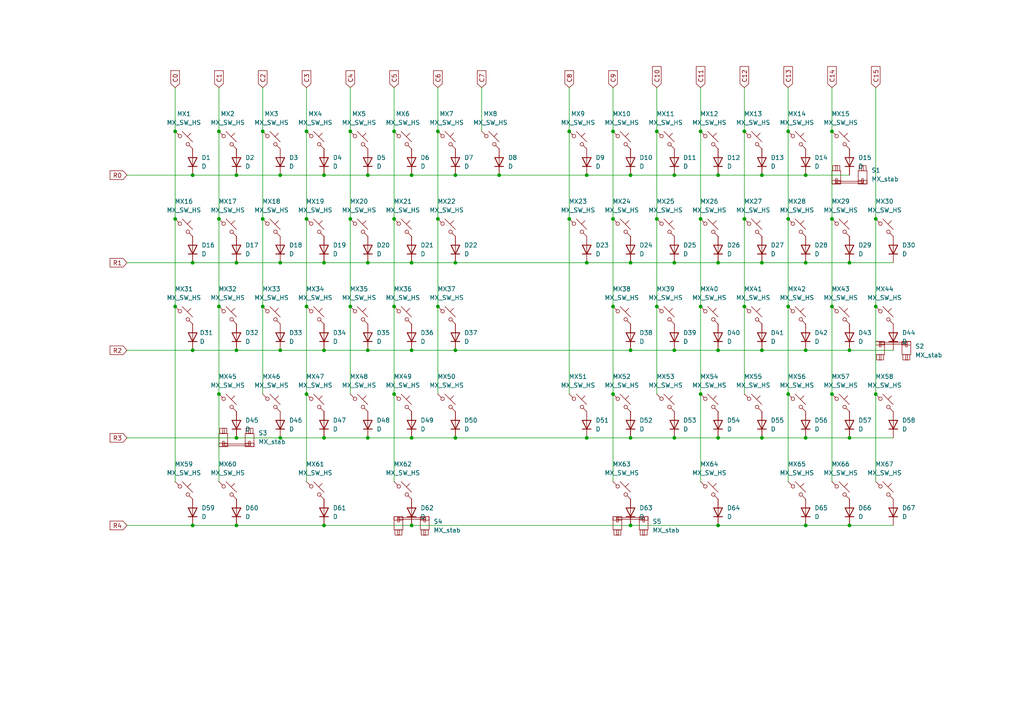
<source format=kicad_sch>
(kicad_sch (version 20231120) (generator "eeschema") (generator_version "8.0")
  (paper "A4")
  (junction (at 63.5 88.9))
  (junction (at 233.68 101.6))
  (junction (at 88.9 38.1))
  (junction (at 93.98 152.4))
  (junction (at 241.3 114.3))
  (junction (at 114.3 88.9))
  (junction (at 127 88.9))
  (junction (at 93.98 50.8))
  (junction (at 254 88.9))
  (junction (at 170.18 50.8))
  (junction (at 190.5 38.1))
  (junction (at 203.2 63.5))
  (junction (at 50.8 63.5))
  (junction (at 215.9 38.1))
  (junction (at 228.6 38.1))
  (junction (at 182.88 101.6))
  (junction (at 233.68 152.4))
  (junction (at 68.58 50.8))
  (junction (at 132.08 50.8))
  (junction (at 203.2 114.3))
  (junction (at 228.6 63.5))
  (junction (at 101.6 38.1))
  (junction (at 55.88 152.4))
  (junction (at 195.58 50.8))
  (junction (at 93.98 127))
  (junction (at 208.28 50.8))
  (junction (at 68.58 152.4))
  (junction (at 81.28 127))
  (junction (at 119.38 76.2))
  (junction (at 195.58 101.6))
  (junction (at 63.5 114.3))
  (junction (at 208.28 101.6))
  (junction (at 63.5 63.5))
  (junction (at 88.9 63.5))
  (junction (at 132.08 127))
  (junction (at 190.5 63.5))
  (junction (at 246.38 127))
  (junction (at 220.98 127))
  (junction (at 208.28 152.4))
  (junction (at 233.68 76.2))
  (junction (at 220.98 101.6))
  (junction (at 114.3 38.1))
  (junction (at 119.38 101.6))
  (junction (at 114.3 114.3))
  (junction (at 254 63.5))
  (junction (at 88.9 114.3))
  (junction (at 233.68 127))
  (junction (at 76.2 38.1))
  (junction (at 55.88 50.8))
  (junction (at 55.88 101.6))
  (junction (at 127 38.1))
  (junction (at 101.6 88.9))
  (junction (at 177.8 63.5))
  (junction (at 55.88 76.2))
  (junction (at 246.38 152.4))
  (junction (at 106.68 50.8))
  (junction (at 119.38 127))
  (junction (at 254 114.3))
  (junction (at 88.9 88.9))
  (junction (at 68.58 127))
  (junction (at 119.38 152.4))
  (junction (at 144.78 50.8))
  (junction (at 101.6 63.5))
  (junction (at 182.88 127))
  (junction (at 106.68 76.2))
  (junction (at 195.58 76.2))
  (junction (at 170.18 127))
  (junction (at 241.3 88.9))
  (junction (at 233.68 50.8))
  (junction (at 208.28 127))
  (junction (at 182.88 76.2))
  (junction (at 241.3 63.5))
  (junction (at 76.2 88.9))
  (junction (at 170.18 76.2))
  (junction (at 182.88 152.4))
  (junction (at 177.8 88.9))
  (junction (at 165.1 38.1))
  (junction (at 50.8 38.1))
  (junction (at 177.8 38.1))
  (junction (at 220.98 50.8))
  (junction (at 127 63.5))
  (junction (at 177.8 114.3))
  (junction (at 208.28 76.2))
  (junction (at 190.5 88.9))
  (junction (at 228.6 114.3))
  (junction (at 241.3 38.1))
  (junction (at 81.28 76.2))
  (junction (at 165.1 63.5))
  (junction (at 114.3 63.5))
  (junction (at 215.9 63.5))
  (junction (at 50.8 88.9))
  (junction (at 76.2 63.5))
  (junction (at 119.38 50.8))
  (junction (at 93.98 101.6))
  (junction (at 228.6 88.9))
  (junction (at 220.98 76.2))
  (junction (at 182.88 50.8))
  (junction (at 63.5 38.1))
  (junction (at 106.68 101.6))
  (junction (at 132.08 76.2))
  (junction (at 132.08 101.6))
  (junction (at 68.58 76.2))
  (junction (at 68.58 101.6))
  (junction (at 81.28 50.8))
  (junction (at 246.38 76.2))
  (junction (at 203.2 38.1))
  (junction (at 203.2 88.9))
  (junction (at 106.68 127))
  (junction (at 81.28 101.6))
  (junction (at 195.58 127))
  (junction (at 246.38 101.6))
  (junction (at 93.98 76.2))
  (junction (at 215.9 88.9))
  (wire (pts (xy 132.08 76.2) (xy 170.18 76.2)))
  (wire (pts (xy 215.9 38.1) (xy 215.9 63.5)))
  (wire (pts (xy 101.6 63.5) (xy 101.6 88.9)))
  (wire (pts (xy 190.5 25.4) (xy 190.5 38.1)))
  (wire (pts (xy 68.58 50.8) (xy 81.28 50.8)))
  (wire (pts (xy 182.88 76.2) (xy 195.58 76.2)))
  (wire (pts (xy 36.83 76.2) (xy 55.88 76.2)))
  (wire (pts (xy 50.8 88.9) (xy 50.8 139.7)))
  (wire (pts (xy 228.6 38.1) (xy 228.6 63.5)))
  (wire (pts (xy 190.5 63.5) (xy 190.5 88.9)))
  (wire (pts (xy 114.3 38.1) (xy 114.3 63.5)))
  (wire (pts (xy 203.2 38.1) (xy 203.2 63.5)))
  (wire (pts (xy 246.38 101.6) (xy 259.08 101.6)))
  (wire (pts (xy 68.58 152.4) (xy 93.98 152.4)))
  (wire (pts (xy 228.6 88.9) (xy 228.6 114.3)))
  (wire (pts (xy 170.18 76.2) (xy 182.88 76.2)))
  (wire (pts (xy 182.88 101.6) (xy 195.58 101.6)))
  (wire (pts (xy 170.18 127) (xy 182.88 127)))
  (wire (pts (xy 195.58 76.2) (xy 208.28 76.2)))
  (wire (pts (xy 182.88 152.4) (xy 208.28 152.4)))
  (wire (pts (xy 127 88.9) (xy 127 114.3)))
  (wire (pts (xy 127 38.1) (xy 127 63.5)))
  (wire (pts (xy 114.3 114.3) (xy 114.3 139.7)))
  (wire (pts (xy 195.58 101.6) (xy 208.28 101.6)))
  (wire (pts (xy 119.38 50.8) (xy 132.08 50.8)))
  (wire (pts (xy 68.58 76.2) (xy 81.28 76.2)))
  (wire (pts (xy 81.28 50.8) (xy 93.98 50.8)))
  (wire (pts (xy 233.68 152.4) (xy 246.38 152.4)))
  (wire (pts (xy 144.78 50.8) (xy 170.18 50.8)))
  (wire (pts (xy 246.38 152.4) (xy 259.08 152.4)))
  (wire (pts (xy 36.83 50.8) (xy 55.88 50.8)))
  (wire (pts (xy 88.9 114.3) (xy 88.9 139.7)))
  (wire (pts (xy 88.9 38.1) (xy 88.9 63.5)))
  (wire (pts (xy 101.6 25.4) (xy 101.6 38.1)))
  (wire (pts (xy 63.5 88.9) (xy 63.5 114.3)))
  (wire (pts (xy 177.8 114.3) (xy 177.8 139.7)))
  (wire (pts (xy 76.2 25.4) (xy 76.2 38.1)))
  (wire (pts (xy 55.88 50.8) (xy 68.58 50.8)))
  (wire (pts (xy 182.88 50.8) (xy 195.58 50.8)))
  (wire (pts (xy 254 63.5) (xy 254 88.9)))
  (wire (pts (xy 81.28 127) (xy 93.98 127)))
  (wire (pts (xy 228.6 25.4) (xy 228.6 38.1)))
  (wire (pts (xy 93.98 101.6) (xy 106.68 101.6)))
  (wire (pts (xy 127 25.4) (xy 127 38.1)))
  (wire (pts (xy 76.2 63.5) (xy 76.2 88.9)))
  (wire (pts (xy 215.9 63.5) (xy 215.9 88.9)))
  (wire (pts (xy 215.9 25.4) (xy 215.9 38.1)))
  (wire (pts (xy 203.2 25.4) (xy 203.2 38.1)))
  (wire (pts (xy 36.83 152.4) (xy 55.88 152.4)))
  (wire (pts (xy 165.1 38.1) (xy 165.1 63.5)))
  (wire (pts (xy 81.28 101.6) (xy 93.98 101.6)))
  (wire (pts (xy 241.3 114.3) (xy 241.3 139.7)))
  (wire (pts (xy 50.8 25.4) (xy 50.8 38.1)))
  (wire (pts (xy 88.9 25.4) (xy 88.9 38.1)))
  (wire (pts (xy 220.98 76.2) (xy 233.68 76.2)))
  (wire (pts (xy 106.68 76.2) (xy 119.38 76.2)))
  (wire (pts (xy 241.3 25.4) (xy 241.3 38.1)))
  (wire (pts (xy 55.88 76.2) (xy 68.58 76.2)))
  (wire (pts (xy 220.98 50.8) (xy 233.68 50.8)))
  (wire (pts (xy 208.28 127) (xy 220.98 127)))
  (wire (pts (xy 195.58 50.8) (xy 208.28 50.8)))
  (wire (pts (xy 215.9 88.9) (xy 215.9 114.3)))
  (wire (pts (xy 119.38 101.6) (xy 132.08 101.6)))
  (wire (pts (xy 114.3 25.4) (xy 114.3 38.1)))
  (wire (pts (xy 177.8 63.5) (xy 177.8 88.9)))
  (wire (pts (xy 182.88 127) (xy 195.58 127)))
  (wire (pts (xy 55.88 101.6) (xy 68.58 101.6)))
  (wire (pts (xy 88.9 63.5) (xy 88.9 88.9)))
  (wire (pts (xy 233.68 127) (xy 246.38 127)))
  (wire (pts (xy 165.1 25.4) (xy 165.1 38.1)))
  (wire (pts (xy 254 114.3) (xy 254 139.7)))
  (wire (pts (xy 119.38 127) (xy 132.08 127)))
  (wire (pts (xy 55.88 152.4) (xy 68.58 152.4)))
  (wire (pts (xy 63.5 25.4) (xy 63.5 38.1)))
  (wire (pts (xy 254 88.9) (xy 254 114.3)))
  (wire (pts (xy 190.5 88.9) (xy 190.5 114.3)))
  (wire (pts (xy 76.2 88.9) (xy 76.2 114.3)))
  (wire (pts (xy 63.5 38.1) (xy 63.5 63.5)))
  (wire (pts (xy 208.28 76.2) (xy 220.98 76.2)))
  (wire (pts (xy 132.08 127) (xy 170.18 127)))
  (wire (pts (xy 220.98 127) (xy 233.68 127)))
  (wire (pts (xy 68.58 127) (xy 81.28 127)))
  (wire (pts (xy 228.6 63.5) (xy 228.6 88.9)))
  (wire (pts (xy 101.6 38.1) (xy 101.6 63.5)))
  (wire (pts (xy 81.28 76.2) (xy 93.98 76.2)))
  (wire (pts (xy 93.98 50.8) (xy 106.68 50.8)))
  (wire (pts (xy 36.83 101.6) (xy 55.88 101.6)))
  (wire (pts (xy 93.98 152.4) (xy 119.38 152.4)))
  (wire (pts (xy 132.08 50.8) (xy 144.78 50.8)))
  (wire (pts (xy 50.8 38.1) (xy 50.8 63.5)))
  (wire (pts (xy 241.3 88.9) (xy 241.3 114.3)))
  (wire (pts (xy 88.9 88.9) (xy 88.9 114.3)))
  (wire (pts (xy 114.3 88.9) (xy 114.3 114.3)))
  (wire (pts (xy 68.58 101.6) (xy 81.28 101.6)))
  (wire (pts (xy 233.68 101.6) (xy 246.38 101.6)))
  (wire (pts (xy 233.68 50.8) (xy 246.38 50.8)))
  (wire (pts (xy 203.2 114.3) (xy 203.2 139.7)))
  (wire (pts (xy 165.1 63.5) (xy 165.1 114.3)))
  (wire (pts (xy 241.3 63.5) (xy 241.3 88.9)))
  (wire (pts (xy 119.38 152.4) (xy 182.88 152.4)))
  (wire (pts (xy 106.68 50.8) (xy 119.38 50.8)))
  (wire (pts (xy 139.7 25.4) (xy 139.7 38.1)))
  (wire (pts (xy 203.2 63.5) (xy 203.2 88.9)))
  (wire (pts (xy 190.5 38.1) (xy 190.5 63.5)))
  (wire (pts (xy 50.8 63.5) (xy 50.8 88.9)))
  (wire (pts (xy 177.8 38.1) (xy 177.8 63.5)))
  (wire (pts (xy 114.3 63.5) (xy 114.3 88.9)))
  (wire (pts (xy 228.6 114.3) (xy 228.6 139.7)))
  (wire (pts (xy 132.08 101.6) (xy 182.88 101.6)))
  (wire (pts (xy 63.5 63.5) (xy 63.5 88.9)))
  (wire (pts (xy 233.68 76.2) (xy 246.38 76.2)))
  (wire (pts (xy 170.18 50.8) (xy 182.88 50.8)))
  (wire (pts (xy 208.28 101.6) (xy 220.98 101.6)))
  (wire (pts (xy 93.98 127) (xy 106.68 127)))
  (wire (pts (xy 76.2 38.1) (xy 76.2 63.5)))
  (wire (pts (xy 106.68 101.6) (xy 119.38 101.6)))
  (wire (pts (xy 127 63.5) (xy 127 88.9)))
  (wire (pts (xy 246.38 76.2) (xy 259.08 76.2)))
  (wire (pts (xy 195.58 127) (xy 208.28 127)))
  (wire (pts (xy 203.2 88.9) (xy 203.2 114.3)))
  (wire (pts (xy 63.5 114.3) (xy 63.5 139.7)))
  (wire (pts (xy 208.28 152.4) (xy 233.68 152.4)))
  (wire (pts (xy 106.68 127) (xy 119.38 127)))
  (wire (pts (xy 119.38 76.2) (xy 132.08 76.2)))
  (wire (pts (xy 177.8 88.9) (xy 177.8 114.3)))
  (wire (pts (xy 101.6 88.9) (xy 101.6 114.3)))
  (wire (pts (xy 36.83 127) (xy 68.58 127)))
  (wire (pts (xy 220.98 101.6) (xy 233.68 101.6)))
  (wire (pts (xy 177.8 25.4) (xy 177.8 38.1)))
  (wire (pts (xy 241.3 38.1) (xy 241.3 63.5)))
  (wire (pts (xy 254 25.4) (xy 254 63.5)))
  (wire (pts (xy 246.38 127) (xy 259.08 127)))
  (wire (pts (xy 93.98 76.2) (xy 106.68 76.2)))
  (wire (pts (xy 208.28 50.8) (xy 220.98 50.8)))
  (global_label "C8" (shape input) (at 165.1 25.4 90) (property "Intersheetrefs" "${INTERSHEET_REFS}" (effects (hide yes))))
  (global_label "C14" (shape input) (at 241.3 25.4 90) (property "Intersheetrefs" "${INTERSHEET_REFS}" (effects (hide yes))))
  (global_label "C1" (shape input) (at 63.5 25.4 90) (property "Intersheetrefs" "${INTERSHEET_REFS}" (effects (hide yes))))
  (global_label "C10" (shape input) (at 190.5 25.4 90) (property "Intersheetrefs" "${INTERSHEET_REFS}" (effects (hide yes))))
  (global_label "C13" (shape input) (at 228.6 25.4 90) (property "Intersheetrefs" "${INTERSHEET_REFS}" (effects (hide yes))))
  (global_label "R1" (shape input) (at 36.83 76.2 180) (property "Intersheetrefs" "${INTERSHEET_REFS}" (effects (hide yes))))
  (global_label "C5" (shape input) (at 114.3 25.4 90) (property "Intersheetrefs" "${INTERSHEET_REFS}" (effects (hide yes))))
  (global_label "R0" (shape input) (at 36.83 50.8 180) (property "Intersheetrefs" "${INTERSHEET_REFS}" (effects (hide yes))))
  (global_label "C2" (shape input) (at 76.2 25.4 90) (property "Intersheetrefs" "${INTERSHEET_REFS}" (effects (hide yes))))
  (global_label "R4" (shape input) (at 36.83 152.4 180) (property "Intersheetrefs" "${INTERSHEET_REFS}" (effects (hide yes))))
  (global_label "C15" (shape input) (at 254 25.4 90) (property "Intersheetrefs" "${INTERSHEET_REFS}" (effects (hide yes))))
  (global_label "R3" (shape input) (at 36.83 127 180) (property "Intersheetrefs" "${INTERSHEET_REFS}" (effects (hide yes))))
  (global_label "C4" (shape input) (at 101.6 25.4 90) (property "Intersheetrefs" "${INTERSHEET_REFS}" (effects (hide yes))))
  (global_label "R2" (shape input) (at 36.83 101.6 180) (property "Intersheetrefs" "${INTERSHEET_REFS}" (effects (hide yes))))
  (global_label "C6" (shape input) (at 127 25.4 90) (property "Intersheetrefs" "${INTERSHEET_REFS}" (effects (hide yes))))
  (global_label "C12" (shape input) (at 215.9 25.4 90) (property "Intersheetrefs" "${INTERSHEET_REFS}" (effects (hide yes))))
  (global_label "C11" (shape input) (at 203.2 25.4 90) (property "Intersheetrefs" "${INTERSHEET_REFS}" (effects (hide yes))))
  (global_label "C9" (shape input) (at 177.8 25.4 90) (property "Intersheetrefs" "${INTERSHEET_REFS}" (effects (hide yes))))
  (global_label "C3" (shape input) (at 88.9 25.4 90) (property "Intersheetrefs" "${INTERSHEET_REFS}" (effects (hide yes))))
  (global_label "C7" (shape input) (at 139.7 25.4 90) (property "Intersheetrefs" "${INTERSHEET_REFS}" (effects (hide yes))))
  (global_label "C0" (shape input) (at 50.8 25.4 90) (property "Intersheetrefs" "${INTERSHEET_REFS}" (effects (hide yes))))
  (symbol (lib_id "Device:D") (at 195.58 72.39 90) (unit 1)
    (property "Reference" "D25" (at 198.12 71.1199 90) (effects (justify right)))
    (property "Value" "D" (at 198.12 73.6599 90) (effects (justify right)))
    (property "Footprint" "Diode_SMD:D_SOD-123" (effects (hide yes)))
    (property "Description" "Diode" (effects (hide yes)))
    (property "Sim.Device" "D" (effects (hide yes)))
    (property "Sim.Pins" "1=K 2=A" (effects (hide yes)))
  )
  (symbol (lib_id "Device:D") (at 68.58 46.99 90) (unit 1)
    (property "Reference" "D2" (at 71.12 45.7199 90) (effects (justify right)))
    (property "Value" "D" (at 71.12 48.2599 90) (effects (justify right)))
    (property "Footprint" "Diode_SMD:D_SOD-123" (effects (hide yes)))
    (property "Description" "Diode" (effects (hide yes)))
    (property "Sim.Device" "D" (effects (hide yes)))
    (property "Sim.Pins" "1=K 2=A" (effects (hide yes)))
  )
  (symbol (lib_id "Device:D") (at 55.88 46.99 90) (unit 1)
    (property "Reference" "D1" (at 58.42 45.7199 90) (effects (justify right)))
    (property "Value" "D" (at 58.42 48.2599 90) (effects (justify right)))
    (property "Footprint" "Diode_SMD:D_SOD-123" (effects (hide yes)))
    (property "Description" "Diode" (effects (hide yes)))
    (property "Sim.Device" "D" (effects (hide yes)))
    (property "Sim.Pins" "1=K 2=A" (effects (hide yes)))
  )
  (symbol (lib_id "PCM_marbastlib-mx:MX_stab") (at 119.38 152.4 180) (unit 1)
    (property "Reference" "S4" (at 125.73 151.2569 0) (effects (justify right)))
    (property "Value" "MX_stab" (at 125.73 153.7969 0) (effects (justify right)))
    (property "Footprint" "PCM_marbastlib-mx:STAB_MX_2.25u" (effects (hide yes)))
    (property "Description" "Cherry MX-style stabilizer" (effects (hide yes)))
  )
  (symbol (lib_id "Device:D") (at 246.38 97.79 90) (unit 1)
    (property "Reference" "D43" (at 248.92 96.5199 90) (effects (justify right)))
    (property "Value" "D" (at 248.92 99.0599 90) (effects (justify right)))
    (property "Footprint" "Diode_SMD:D_SOD-123" (effects (hide yes)))
    (property "Description" "Diode" (effects (hide yes)))
    (property "Sim.Device" "D" (effects (hide yes)))
    (property "Sim.Pins" "1=K 2=A" (effects (hide yes)))
  )
  (symbol (lib_id "PCM_marbastlib-mx:MX_SW_HS_CPG151101S11") (at 231.14 91.44 0) (unit 1)
    (property "Reference" "MX42" (at 231.14 83.82 0))
    (property "Value" "MX_SW_HS" (at 231.14 86.36 0))
    (property "Footprint" "PCM_marbastlib-mx:SW_MX_HS_CPG151101S11_1u" (effects (hide yes)))
    (property "Description" "Push button switch, normally open, two pins, 45° tilted, Kailh CPG151101S11 for Cherry MX style switches" (effects (hide yes)))
  )
  (symbol (lib_id "PCM_marbastlib-mx:MX_SW_HS_CPG151101S11") (at 193.04 66.04 0) (unit 1)
    (property "Reference" "MX25" (at 193.04 58.42 0))
    (property "Value" "MX_SW_HS" (at 193.04 60.96 0))
    (property "Footprint" "PCM_marbastlib-mx:SW_MX_HS_CPG151101S11_1u" (effects (hide yes)))
    (property "Description" "Push button switch, normally open, two pins, 45° tilted, Kailh CPG151101S11 for Cherry MX style switches" (effects (hide yes)))
  )
  (symbol (lib_id "PCM_marbastlib-mx:MX_SW_HS_CPG151101S11") (at 180.34 66.04 0) (unit 1)
    (property "Reference" "MX24" (at 180.34 58.42 0))
    (property "Value" "MX_SW_HS" (at 180.34 60.96 0))
    (property "Footprint" "PCM_marbastlib-mx:SW_MX_HS_CPG151101S11_1u" (effects (hide yes)))
    (property "Description" "Push button switch, normally open, two pins, 45° tilted, Kailh CPG151101S11 for Cherry MX style switches" (effects (hide yes)))
  )
  (symbol (lib_id "Device:D") (at 93.98 123.19 90) (unit 1)
    (property "Reference" "D47" (at 96.52 121.9199 90) (effects (justify right)))
    (property "Value" "D" (at 96.52 124.4599 90) (effects (justify right)))
    (property "Footprint" "Diode_SMD:D_SOD-123" (effects (hide yes)))
    (property "Description" "Diode" (effects (hide yes)))
    (property "Sim.Device" "D" (effects (hide yes)))
    (property "Sim.Pins" "1=K 2=A" (effects (hide yes)))
  )
  (symbol (lib_id "Device:D") (at 68.58 97.79 90) (unit 1)
    (property "Reference" "D32" (at 71.12 96.5199 90) (effects (justify right)))
    (property "Value" "D" (at 71.12 99.0599 90) (effects (justify right)))
    (property "Footprint" "Diode_SMD:D_SOD-123" (effects (hide yes)))
    (property "Description" "Diode" (effects (hide yes)))
    (property "Sim.Device" "D" (effects (hide yes)))
    (property "Sim.Pins" "1=K 2=A" (effects (hide yes)))
  )
  (symbol (lib_id "Device:D") (at 182.88 148.59 90) (unit 1)
    (property "Reference" "D63" (at 185.42 147.3199 90) (effects (justify right)))
    (property "Value" "D" (at 185.42 149.8599 90) (effects (justify right)))
    (property "Footprint" "Diode_SMD:D_SOD-123" (effects (hide yes)))
    (property "Description" "Diode" (effects (hide yes)))
    (property "Sim.Device" "D" (effects (hide yes)))
    (property "Sim.Pins" "1=K 2=A" (effects (hide yes)))
  )
  (symbol (lib_id "PCM_marbastlib-mx:MX_SW_HS_CPG151101S11") (at 91.44 91.44 0) (unit 1)
    (property "Reference" "MX34" (at 91.44 83.82 0))
    (property "Value" "MX_SW_HS" (at 91.44 86.36 0))
    (property "Footprint" "PCM_marbastlib-mx:SW_MX_HS_CPG151101S11_1u" (effects (hide yes)))
    (property "Description" "Push button switch, normally open, two pins, 45° tilted, Kailh CPG151101S11 for Cherry MX style switches" (effects (hide yes)))
  )
  (symbol (lib_id "PCM_marbastlib-mx:MX_SW_HS_CPG151101S11") (at 205.74 142.24 0) (unit 1)
    (property "Reference" "MX64" (at 205.74 134.62 0))
    (property "Value" "MX_SW_HS" (at 205.74 137.16 0))
    (property "Footprint" "PCM_marbastlib-mx:SW_MX_HS_CPG151101S11_1.25u" (effects (hide yes)))
    (property "Description" "Push button switch, normally open, two pins, 45° tilted, Kailh CPG151101S11 for Cherry MX style switches" (effects (hide yes)))
  )
  (symbol (lib_id "Device:D") (at 182.88 72.39 90) (unit 1)
    (property "Reference" "D24" (at 185.42 71.1199 90) (effects (justify right)))
    (property "Value" "D" (at 185.42 73.6599 90) (effects (justify right)))
    (property "Footprint" "Diode_SMD:D_SOD-123" (effects (hide yes)))
    (property "Description" "Diode" (effects (hide yes)))
    (property "Sim.Device" "D" (effects (hide yes)))
    (property "Sim.Pins" "1=K 2=A" (effects (hide yes)))
  )
  (symbol (lib_id "PCM_marbastlib-mx:MX_SW_HS_CPG151101S11") (at 256.54 91.44 0) (unit 1)
    (property "Reference" "MX44" (at 256.54 83.82 0))
    (property "Value" "MX_SW_HS" (at 256.54 86.36 0))
    (property "Footprint" "PCM_marbastlib-mx:SW_MX_HS_CPG151101S11_1u" (effects (hide yes)))
    (property "Description" "Push button switch, normally open, two pins, 45° tilted, Kailh CPG151101S11 for Cherry MX style switches" (effects (hide yes)))
  )
  (symbol (lib_id "Device:D") (at 170.18 123.19 90) (unit 1)
    (property "Reference" "D51" (at 172.72 121.9199 90) (effects (justify right)))
    (property "Value" "D" (at 172.72 124.4599 90) (effects (justify right)))
    (property "Footprint" "Diode_SMD:D_SOD-123" (effects (hide yes)))
    (property "Description" "Diode" (effects (hide yes)))
    (property "Sim.Device" "D" (effects (hide yes)))
    (property "Sim.Pins" "1=K 2=A" (effects (hide yes)))
  )
  (symbol (lib_id "Device:D") (at 55.88 72.39 90) (unit 1)
    (property "Reference" "D16" (at 58.42 71.1199 90) (effects (justify right)))
    (property "Value" "D" (at 58.42 73.6599 90) (effects (justify right)))
    (property "Footprint" "Diode_SMD:D_SOD-123" (effects (hide yes)))
    (property "Description" "Diode" (effects (hide yes)))
    (property "Sim.Device" "D" (effects (hide yes)))
    (property "Sim.Pins" "1=K 2=A" (effects (hide yes)))
  )
  (symbol (lib_id "Device:D") (at 81.28 97.79 90) (unit 1)
    (property "Reference" "D33" (at 83.82 96.5199 90) (effects (justify right)))
    (property "Value" "D" (at 83.82 99.0599 90) (effects (justify right)))
    (property "Footprint" "Diode_SMD:D_SOD-123" (effects (hide yes)))
    (property "Description" "Diode" (effects (hide yes)))
    (property "Sim.Device" "D" (effects (hide yes)))
    (property "Sim.Pins" "1=K 2=A" (effects (hide yes)))
  )
  (symbol (lib_id "Device:D") (at 119.38 148.59 90) (unit 1)
    (property "Reference" "D62" (at 121.92 147.3199 90) (effects (justify right)))
    (property "Value" "D" (at 121.92 149.8599 90) (effects (justify right)))
    (property "Footprint" "Diode_SMD:D_SOD-123" (effects (hide yes)))
    (property "Description" "Diode" (effects (hide yes)))
    (property "Sim.Device" "D" (effects (hide yes)))
    (property "Sim.Pins" "1=K 2=A" (effects (hide yes)))
  )
  (symbol (lib_id "Device:D") (at 246.38 72.39 90) (unit 1)
    (property "Reference" "D29" (at 248.92 71.1199 90) (effects (justify right)))
    (property "Value" "D" (at 248.92 73.6599 90) (effects (justify right)))
    (property "Footprint" "Diode_SMD:D_SOD-123" (effects (hide yes)))
    (property "Description" "Diode" (effects (hide yes)))
    (property "Sim.Device" "D" (effects (hide yes)))
    (property "Sim.Pins" "1=K 2=A" (effects (hide yes)))
  )
  (symbol (lib_id "Device:D") (at 119.38 46.99 90) (unit 1)
    (property "Reference" "D6" (at 121.92 45.7199 90) (effects (justify right)))
    (property "Value" "D" (at 121.92 48.2599 90) (effects (justify right)))
    (property "Footprint" "Diode_SMD:D_SOD-123" (effects (hide yes)))
    (property "Description" "Diode" (effects (hide yes)))
    (property "Sim.Device" "D" (effects (hide yes)))
    (property "Sim.Pins" "1=K 2=A" (effects (hide yes)))
  )
  (symbol (lib_id "PCM_marbastlib-mx:MX_SW_HS_CPG151101S11") (at 104.14 116.84 0) (unit 1)
    (property "Reference" "MX48" (at 104.14 109.22 0))
    (property "Value" "MX_SW_HS" (at 104.14 111.76 0))
    (property "Footprint" "PCM_marbastlib-mx:SW_MX_HS_CPG151101S11_1u" (effects (hide yes)))
    (property "Description" "Push button switch, normally open, two pins, 45° tilted, Kailh CPG151101S11 for Cherry MX style switches" (effects (hide yes)))
  )
  (symbol (lib_id "Device:D") (at 220.98 97.79 90) (unit 1)
    (property "Reference" "D41" (at 223.52 96.5199 90) (effects (justify right)))
    (property "Value" "D" (at 223.52 99.0599 90) (effects (justify right)))
    (property "Footprint" "Diode_SMD:D_SOD-123" (effects (hide yes)))
    (property "Description" "Diode" (effects (hide yes)))
    (property "Sim.Device" "D" (effects (hide yes)))
    (property "Sim.Pins" "1=K 2=A" (effects (hide yes)))
  )
  (symbol (lib_id "PCM_marbastlib-mx:MX_SW_HS_CPG151101S11") (at 243.84 116.84 0) (unit 1)
    (property "Reference" "MX57" (at 243.84 109.22 0))
    (property "Value" "MX_SW_HS" (at 243.84 111.76 0))
    (property "Footprint" "PCM_marbastlib-mx:SW_MX_HS_CPG151101S11_1u" (effects (hide yes)))
    (property "Description" "Push button switch, normally open, two pins, 45° tilted, Kailh CPG151101S11 for Cherry MX style switches" (effects (hide yes)))
  )
  (symbol (lib_id "Device:D") (at 68.58 72.39 90) (unit 1)
    (property "Reference" "D17" (at 71.12 71.1199 90) (effects (justify right)))
    (property "Value" "D" (at 71.12 73.6599 90) (effects (justify right)))
    (property "Footprint" "Diode_SMD:D_SOD-123" (effects (hide yes)))
    (property "Description" "Diode" (effects (hide yes)))
    (property "Sim.Device" "D" (effects (hide yes)))
    (property "Sim.Pins" "1=K 2=A" (effects (hide yes)))
  )
  (symbol (lib_id "PCM_marbastlib-mx:MX_SW_HS_CPG151101S11") (at 53.34 91.44 0) (unit 1)
    (property "Reference" "MX31" (at 53.34 83.82 0))
    (property "Value" "MX_SW_HS" (at 53.34 86.36 0))
    (property "Footprint" "PCM_marbastlib-mx:SW_MX_HS_CPG151101S11_1u" (effects (hide yes)))
    (property "Description" "Push button switch, normally open, two pins, 45° tilted, Kailh CPG151101S11 for Cherry MX style switches" (effects (hide yes)))
  )
  (symbol (lib_id "Device:D") (at 93.98 46.99 90) (unit 1)
    (property "Reference" "D4" (at 96.52 45.7199 90) (effects (justify right)))
    (property "Value" "D" (at 96.52 48.2599 90) (effects (justify right)))
    (property "Footprint" "Diode_SMD:D_SOD-123" (effects (hide yes)))
    (property "Description" "Diode" (effects (hide yes)))
    (property "Sim.Device" "D" (effects (hide yes)))
    (property "Sim.Pins" "1=K 2=A" (effects (hide yes)))
  )
  (symbol (lib_id "Device:D") (at 144.78 46.99 90) (unit 1)
    (property "Reference" "D8" (at 147.32 45.7199 90) (effects (justify right)))
    (property "Value" "D" (at 147.32 48.2599 90) (effects (justify right)))
    (property "Footprint" "Diode_SMD:D_SOD-123" (effects (hide yes)))
    (property "Description" "Diode" (effects (hide yes)))
    (property "Sim.Device" "D" (effects (hide yes)))
    (property "Sim.Pins" "1=K 2=A" (effects (hide yes)))
  )
  (symbol (lib_id "PCM_marbastlib-mx:MX_SW_HS_CPG151101S11") (at 142.24 40.64 0) (unit 1)
    (property "Reference" "MX8" (at 142.24 33.02 0))
    (property "Value" "MX_SW_HS" (at 142.24 35.56 0))
    (property "Footprint" "PCM_marbastlib-mx:SW_MX_HS_CPG151101S11_1u" (effects (hide yes)))
    (property "Description" "Push button switch, normally open, two pins, 45° tilted, Kailh CPG151101S11 for Cherry MX style switches" (effects (hide yes)))
  )
  (symbol (lib_id "PCM_marbastlib-mx:MX_SW_HS_CPG151101S11") (at 116.84 91.44 0) (unit 1)
    (property "Reference" "MX36" (at 116.84 83.82 0))
    (property "Value" "MX_SW_HS" (at 116.84 86.36 0))
    (property "Footprint" "PCM_marbastlib-mx:SW_MX_HS_CPG151101S11_1u" (effects (hide yes)))
    (property "Description" "Push button switch, normally open, two pins, 45° tilted, Kailh CPG151101S11 for Cherry MX style switches" (effects (hide yes)))
  )
  (symbol (lib_id "Device:D") (at 208.28 46.99 90) (unit 1)
    (property "Reference" "D12" (at 210.82 45.7199 90) (effects (justify right)))
    (property "Value" "D" (at 210.82 48.2599 90) (effects (justify right)))
    (property "Footprint" "Diode_SMD:D_SOD-123" (effects (hide yes)))
    (property "Description" "Diode" (effects (hide yes)))
    (property "Sim.Device" "D" (effects (hide yes)))
    (property "Sim.Pins" "1=K 2=A" (effects (hide yes)))
  )
  (symbol (lib_id "Device:D") (at 208.28 148.59 90) (unit 1)
    (property "Reference" "D64" (at 210.82 147.3199 90) (effects (justify right)))
    (property "Value" "D" (at 210.82 149.8599 90) (effects (justify right)))
    (property "Footprint" "Diode_SMD:D_SOD-123" (effects (hide yes)))
    (property "Description" "Diode" (effects (hide yes)))
    (property "Sim.Device" "D" (effects (hide yes)))
    (property "Sim.Pins" "1=K 2=A" (effects (hide yes)))
  )
  (symbol (lib_id "PCM_marbastlib-mx:MX_SW_HS_CPG151101S11") (at 66.04 116.84 0) (unit 1)
    (property "Reference" "MX45" (at 66.04 109.22 0))
    (property "Value" "MX_SW_HS" (at 66.04 111.76 0))
    (property "Footprint" "PCM_marbastlib-mx:SW_MX_HS_CPG151101S11_1u" (effects (hide yes)))
    (property "Description" "Push button switch, normally open, two pins, 45° tilted, Kailh CPG151101S11 for Cherry MX style switches" (effects (hide yes)))
  )
  (symbol (lib_id "PCM_marbastlib-mx:MX_stab") (at 182.88 152.4 180) (unit 1)
    (property "Reference" "S5" (at 189.23 151.2569 0) (effects (justify right)))
    (property "Value" "MX_stab" (at 189.23 153.7969 0) (effects (justify right)))
    (property "Footprint" "PCM_marbastlib-mx:STAB_MX_2.75u" (effects (hide yes)))
    (property "Description" "Cherry MX-style stabilizer" (effects (hide yes)))
  )
  (symbol (lib_id "PCM_marbastlib-mx:MX_SW_HS_CPG151101S11") (at 91.44 142.24 0) (unit 1)
    (property "Reference" "MX61" (at 91.44 134.62 0))
    (property "Value" "MX_SW_HS" (at 91.44 137.16 0))
    (property "Footprint" "PCM_marbastlib-mx:SW_MX_HS_CPG151101S11_1.25u" (effects (hide yes)))
    (property "Description" "Push button switch, normally open, two pins, 45° tilted, Kailh CPG151101S11 for Cherry MX style switches" (effects (hide yes)))
  )
  (symbol (lib_id "PCM_marbastlib-mx:MX_SW_HS_CPG151101S11") (at 104.14 40.64 0) (unit 1)
    (property "Reference" "MX5" (at 104.14 33.02 0))
    (property "Value" "MX_SW_HS" (at 104.14 35.56 0))
    (property "Footprint" "PCM_marbastlib-mx:SW_MX_HS_CPG151101S11_1u" (effects (hide yes)))
    (property "Description" "Push button switch, normally open, two pins, 45° tilted, Kailh CPG151101S11 for Cherry MX style switches" (effects (hide yes)))
  )
  (symbol (lib_id "Device:D") (at 220.98 123.19 90) (unit 1)
    (property "Reference" "D55" (at 223.52 121.9199 90) (effects (justify right)))
    (property "Value" "D" (at 223.52 124.4599 90) (effects (justify right)))
    (property "Footprint" "Diode_SMD:D_SOD-123" (effects (hide yes)))
    (property "Description" "Diode" (effects (hide yes)))
    (property "Sim.Device" "D" (effects (hide yes)))
    (property "Sim.Pins" "1=K 2=A" (effects (hide yes)))
  )
  (symbol (lib_id "Device:D") (at 208.28 72.39 90) (unit 1)
    (property "Reference" "D26" (at 210.82 71.1199 90) (effects (justify right)))
    (property "Value" "D" (at 210.82 73.6599 90) (effects (justify right)))
    (property "Footprint" "Diode_SMD:D_SOD-123" (effects (hide yes)))
    (property "Description" "Diode" (effects (hide yes)))
    (property "Sim.Device" "D" (effects (hide yes)))
    (property "Sim.Pins" "1=K 2=A" (effects (hide yes)))
  )
  (symbol (lib_id "Device:D") (at 246.38 123.19 90) (unit 1)
    (property "Reference" "D57" (at 248.92 121.9199 90) (effects (justify right)))
    (property "Value" "D" (at 248.92 124.4599 90) (effects (justify right)))
    (property "Footprint" "Diode_SMD:D_SOD-123" (effects (hide yes)))
    (property "Description" "Diode" (effects (hide yes)))
    (property "Sim.Device" "D" (effects (hide yes)))
    (property "Sim.Pins" "1=K 2=A" (effects (hide yes)))
  )
  (symbol (lib_id "Device:D") (at 233.68 97.79 90) (unit 1)
    (property "Reference" "D42" (at 236.22 96.5199 90) (effects (justify right)))
    (property "Value" "D" (at 236.22 99.0599 90) (effects (justify right)))
    (property "Footprint" "Diode_SMD:D_SOD-123" (effects (hide yes)))
    (property "Description" "Diode" (effects (hide yes)))
    (property "Sim.Device" "D" (effects (hide yes)))
    (property "Sim.Pins" "1=K 2=A" (effects (hide yes)))
  )
  (symbol (lib_id "Device:D") (at 195.58 97.79 90) (unit 1)
    (property "Reference" "D39" (at 198.12 96.5199 90) (effects (justify right)))
    (property "Value" "D" (at 198.12 99.0599 90) (effects (justify right)))
    (property "Footprint" "Diode_SMD:D_SOD-123" (effects (hide yes)))
    (property "Description" "Diode" (effects (hide yes)))
    (property "Sim.Device" "D" (effects (hide yes)))
    (property "Sim.Pins" "1=K 2=A" (effects (hide yes)))
  )
  (symbol (lib_id "Device:D") (at 132.08 123.19 90) (unit 1)
    (property "Reference" "D50" (at 134.62 121.9199 90) (effects (justify right)))
    (property "Value" "D" (at 134.62 124.4599 90) (effects (justify right)))
    (property "Footprint" "Diode_SMD:D_SOD-123" (effects (hide yes)))
    (property "Description" "Diode" (effects (hide yes)))
    (property "Sim.Device" "D" (effects (hide yes)))
    (property "Sim.Pins" "1=K 2=A" (effects (hide yes)))
  )
  (symbol (lib_id "Device:D") (at 170.18 46.99 90) (unit 1)
    (property "Reference" "D9" (at 172.72 45.7199 90) (effects (justify right)))
    (property "Value" "D" (at 172.72 48.2599 90) (effects (justify right)))
    (property "Footprint" "Diode_SMD:D_SOD-123" (effects (hide yes)))
    (property "Description" "Diode" (effects (hide yes)))
    (property "Sim.Device" "D" (effects (hide yes)))
    (property "Sim.Pins" "1=K 2=A" (effects (hide yes)))
  )
  (symbol (lib_id "PCM_marbastlib-mx:MX_SW_HS_CPG151101S11") (at 243.84 91.44 0) (unit 1)
    (property "Reference" "MX43" (at 243.84 83.82 0))
    (property "Value" "MX_SW_HS" (at 243.84 86.36 0))
    (property "Footprint" "PCM_marbastlib-mx:SW_MX_HS_CPG151101S11_1u" (effects (hide yes)))
    (property "Description" "Push button switch, normally open, two pins, 45° tilted, Kailh CPG151101S11 for Cherry MX style switches" (effects (hide yes)))
  )
  (symbol (lib_id "Device:D") (at 195.58 123.19 90) (unit 1)
    (property "Reference" "D53" (at 198.12 121.9199 90) (effects (justify right)))
    (property "Value" "D" (at 198.12 124.4599 90) (effects (justify right)))
    (property "Footprint" "Diode_SMD:D_SOD-123" (effects (hide yes)))
    (property "Description" "Diode" (effects (hide yes)))
    (property "Sim.Device" "D" (effects (hide yes)))
    (property "Sim.Pins" "1=K 2=A" (effects (hide yes)))
  )
  (symbol (lib_id "PCM_marbastlib-mx:MX_SW_HS_CPG151101S11") (at 104.14 66.04 0) (unit 1)
    (property "Reference" "MX20" (at 104.14 58.42 0))
    (property "Value" "MX_SW_HS" (at 104.14 60.96 0))
    (property "Footprint" "PCM_marbastlib-mx:SW_MX_HS_CPG151101S11_1u" (effects (hide yes)))
    (property "Description" "Push button switch, normally open, two pins, 45° tilted, Kailh CPG151101S11 for Cherry MX style switches" (effects (hide yes)))
  )
  (symbol (lib_id "PCM_marbastlib-mx:MX_SW_HS_CPG151101S11") (at 116.84 142.24 0) (unit 1)
    (property "Reference" "MX62" (at 116.84 134.62 0))
    (property "Value" "MX_SW_HS" (at 116.84 137.16 0))
    (property "Footprint" "PCM_marbastlib-mx:SW_MX_HS_CPG151101S11_1u" (effects (hide yes)))
    (property "Description" "Push button switch, normally open, two pins, 45° tilted, Kailh CPG151101S11 for Cherry MX style switches" (effects (hide yes)))
  )
  (symbol (lib_id "Device:D") (at 81.28 46.99 90) (unit 1)
    (property "Reference" "D3" (at 83.82 45.7199 90) (effects (justify right)))
    (property "Value" "D" (at 83.82 48.2599 90) (effects (justify right)))
    (property "Footprint" "Diode_SMD:D_SOD-123" (effects (hide yes)))
    (property "Description" "Diode" (effects (hide yes)))
    (property "Sim.Device" "D" (effects (hide yes)))
    (property "Sim.Pins" "1=K 2=A" (effects (hide yes)))
  )
  (symbol (lib_id "PCM_marbastlib-mx:MX_SW_HS_CPG151101S11") (at 231.14 40.64 0) (unit 1)
    (property "Reference" "MX14" (at 231.14 33.02 0))
    (property "Value" "MX_SW_HS" (at 231.14 35.56 0))
    (property "Footprint" "PCM_marbastlib-mx:SW_MX_HS_CPG151101S11_1u" (effects (hide yes)))
    (property "Description" "Push button switch, normally open, two pins, 45° tilted, Kailh CPG151101S11 for Cherry MX style switches" (effects (hide yes)))
  )
  (symbol (lib_id "PCM_marbastlib-mx:MX_SW_HS_CPG151101S11") (at 91.44 40.64 0) (unit 1)
    (property "Reference" "MX4" (at 91.44 33.02 0))
    (property "Value" "MX_SW_HS" (at 91.44 35.56 0))
    (property "Footprint" "PCM_marbastlib-mx:SW_MX_HS_CPG151101S11_1u" (effects (hide yes)))
    (property "Description" "Push button switch, normally open, two pins, 45° tilted, Kailh CPG151101S11 for Cherry MX style switches" (effects (hide yes)))
  )
  (symbol (lib_id "PCM_marbastlib-mx:MX_SW_HS_CPG151101S11") (at 205.74 91.44 0) (unit 1)
    (property "Reference" "MX40" (at 205.74 83.82 0))
    (property "Value" "MX_SW_HS" (at 205.74 86.36 0))
    (property "Footprint" "PCM_marbastlib-mx:SW_MX_HS_CPG151101S11_1u" (effects (hide yes)))
    (property "Description" "Push button switch, normally open, two pins, 45° tilted, Kailh CPG151101S11 for Cherry MX style switches" (effects (hide yes)))
  )
  (symbol (lib_id "Device:D") (at 93.98 148.59 90) (unit 1)
    (property "Reference" "D61" (at 96.52 147.3199 90) (effects (justify right)))
    (property "Value" "D" (at 96.52 149.8599 90) (effects (justify right)))
    (property "Footprint" "Diode_SMD:D_SOD-123" (effects (hide yes)))
    (property "Description" "Diode" (effects (hide yes)))
    (property "Sim.Device" "D" (effects (hide yes)))
    (property "Sim.Pins" "1=K 2=A" (effects (hide yes)))
  )
  (symbol (lib_id "PCM_marbastlib-mx:MX_SW_HS_CPG151101S11") (at 205.74 66.04 0) (unit 1)
    (property "Reference" "MX26" (at 205.74 58.42 0))
    (property "Value" "MX_SW_HS" (at 205.74 60.96 0))
    (property "Footprint" "PCM_marbastlib-mx:SW_MX_HS_CPG151101S11_1u" (effects (hide yes)))
    (property "Description" "Push button switch, normally open, two pins, 45° tilted, Kailh CPG151101S11 for Cherry MX style switches" (effects (hide yes)))
  )
  (symbol (lib_id "Device:D") (at 170.18 72.39 90) (unit 1)
    (property "Reference" "D23" (at 172.72 71.1199 90) (effects (justify right)))
    (property "Value" "D" (at 172.72 73.6599 90) (effects (justify right)))
    (property "Footprint" "Diode_SMD:D_SOD-123" (effects (hide yes)))
    (property "Description" "Diode" (effects (hide yes)))
    (property "Sim.Device" "D" (effects (hide yes)))
    (property "Sim.Pins" "1=K 2=A" (effects (hide yes)))
  )
  (symbol (lib_id "PCM_marbastlib-mx:MX_SW_HS_CPG151101S11") (at 116.84 66.04 0) (unit 1)
    (property "Reference" "MX21" (at 116.84 58.42 0))
    (property "Value" "MX_SW_HS" (at 116.84 60.96 0))
    (property "Footprint" "PCM_marbastlib-mx:SW_MX_HS_CPG151101S11_1u" (effects (hide yes)))
    (property "Description" "Push button switch, normally open, two pins, 45° tilted, Kailh CPG151101S11 for Cherry MX style switches" (effects (hide yes)))
  )
  (symbol (lib_id "Device:D") (at 93.98 72.39 90) (unit 1)
    (property "Reference" "D19" (at 96.52 71.1199 90) (effects (justify right)))
    (property "Value" "D" (at 96.52 73.6599 90) (effects (justify right)))
    (property "Footprint" "Diode_SMD:D_SOD-123" (effects (hide yes)))
    (property "Description" "Diode" (effects (hide yes)))
    (property "Sim.Device" "D" (effects (hide yes)))
    (property "Sim.Pins" "1=K 2=A" (effects (hide yes)))
  )
  (symbol (lib_id "Device:D") (at 195.58 46.99 90) (unit 1)
    (property "Reference" "D11" (at 198.12 45.7199 90) (effects (justify right)))
    (property "Value" "D" (at 198.12 48.2599 90) (effects (justify right)))
    (property "Footprint" "Diode_SMD:D_SOD-123" (effects (hide yes)))
    (property "Description" "Diode" (effects (hide yes)))
    (property "Sim.Device" "D" (effects (hide yes)))
    (property "Sim.Pins" "1=K 2=A" (effects (hide yes)))
  )
  (symbol (lib_id "PCM_marbastlib-mx:MX_stab") (at 68.58 127 0) (unit 1)
    (property "Reference" "S3" (at 74.93 125.6029 0) (effects (justify left)))
    (property "Value" "MX_stab" (at 74.93 128.1429 0) (effects (justify left)))
    (property "Footprint" "PCM_marbastlib-mx:STAB_MX_2.25u" (effects (hide yes)))
    (property "Description" "Cherry MX-style stabilizer" (effects (hide yes)))
  )
  (symbol (lib_id "Device:D") (at 68.58 148.59 90) (unit 1)
    (property "Reference" "D60" (at 71.12 147.3199 90) (effects (justify right)))
    (property "Value" "D" (at 71.12 149.8599 90) (effects (justify right)))
    (property "Footprint" "Diode_SMD:D_SOD-123" (effects (hide yes)))
    (property "Description" "Diode" (effects (hide yes)))
    (property "Sim.Device" "D" (effects (hide yes)))
    (property "Sim.Pins" "1=K 2=A" (effects (hide yes)))
  )
  (symbol (lib_id "PCM_marbastlib-mx:MX_SW_HS_CPG151101S11") (at 231.14 66.04 0) (unit 1)
    (property "Reference" "MX28" (at 231.14 58.42 0))
    (property "Value" "MX_SW_HS" (at 231.14 60.96 0))
    (property "Footprint" "PCM_marbastlib-mx:SW_MX_HS_CPG151101S11_1u" (effects (hide yes)))
    (property "Description" "Push button switch, normally open, two pins, 45° tilted, Kailh CPG151101S11 for Cherry MX style switches" (effects (hide yes)))
  )
  (symbol (lib_id "Device:D") (at 106.68 97.79 90) (unit 1)
    (property "Reference" "D35" (at 109.22 96.5199 90) (effects (justify right)))
    (property "Value" "D" (at 109.22 99.0599 90) (effects (justify right)))
    (property "Footprint" "Diode_SMD:D_SOD-123" (effects (hide yes)))
    (property "Description" "Diode" (effects (hide yes)))
    (property "Sim.Device" "D" (effects (hide yes)))
    (property "Sim.Pins" "1=K 2=A" (effects (hide yes)))
  )
  (symbol (lib_id "PCM_marbastlib-mx:MX_SW_HS_CPG151101S11") (at 205.74 40.64 0) (unit 1)
    (property "Reference" "MX12" (at 205.74 33.02 0))
    (property "Value" "MX_SW_HS" (at 205.74 35.56 0))
    (property "Footprint" "PCM_marbastlib-mx:SW_MX_HS_CPG151101S11_1u" (effects (hide yes)))
    (property "Description" "Push button switch, normally open, two pins, 45° tilted, Kailh CPG151101S11 for Cherry MX style switches" (effects (hide yes)))
  )
  (symbol (lib_id "Device:D") (at 220.98 46.99 90) (unit 1)
    (property "Reference" "D13" (at 223.52 45.7199 90) (effects (justify right)))
    (property "Value" "D" (at 223.52 48.2599 90) (effects (justify right)))
    (property "Footprint" "Diode_SMD:D_SOD-123" (effects (hide yes)))
    (property "Description" "Diode" (effects (hide yes)))
    (property "Sim.Device" "D" (effects (hide yes)))
    (property "Sim.Pins" "1=K 2=A" (effects (hide yes)))
  )
  (symbol (lib_id "PCM_marbastlib-mx:MX_SW_HS_CPG151101S11") (at 78.74 40.64 0) (unit 1)
    (property "Reference" "MX3" (at 78.74 33.02 0))
    (property "Value" "MX_SW_HS" (at 78.74 35.56 0))
    (property "Footprint" "PCM_marbastlib-mx:SW_MX_HS_CPG151101S11_1u" (effects (hide yes)))
    (property "Description" "Push button switch, normally open, two pins, 45° tilted, Kailh CPG151101S11 for Cherry MX style switches" (effects (hide yes)))
  )
  (symbol (lib_id "Device:D") (at 68.58 123.19 90) (unit 1)
    (property "Reference" "D45" (at 71.12 121.9199 90) (effects (justify right)))
    (property "Value" "D" (at 71.12 124.4599 90) (effects (justify right)))
    (property "Footprint" "Diode_SMD:D_SOD-123" (effects (hide yes)))
    (property "Description" "Diode" (effects (hide yes)))
    (property "Sim.Device" "D" (effects (hide yes)))
    (property "Sim.Pins" "1=K 2=A" (effects (hide yes)))
  )
  (symbol (lib_id "PCM_marbastlib-mx:MX_SW_HS_CPG151101S11") (at 129.54 116.84 0) (unit 1)
    (property "Reference" "MX50" (at 129.54 109.22 0))
    (property "Value" "MX_SW_HS" (at 129.54 111.76 0))
    (property "Footprint" "PCM_marbastlib-mx:SW_MX_HS_CPG151101S11_1u" (effects (hide yes)))
    (property "Description" "Push button switch, normally open, two pins, 45° tilted, Kailh CPG151101S11 for Cherry MX style switches" (effects (hide yes)))
  )
  (symbol (lib_id "Device:D") (at 132.08 72.39 90) (unit 1)
    (property "Reference" "D22" (at 134.62 71.1199 90) (effects (justify right)))
    (property "Value" "D" (at 134.62 73.6599 90) (effects (justify right)))
    (property "Footprint" "Diode_SMD:D_SOD-123" (effects (hide yes)))
    (property "Description" "Diode" (effects (hide yes)))
    (property "Sim.Device" "D" (effects (hide yes)))
    (property "Sim.Pins" "1=K 2=A" (effects (hide yes)))
  )
  (symbol (lib_id "Device:D") (at 119.38 123.19 90) (unit 1)
    (property "Reference" "D49" (at 121.92 121.9199 90) (effects (justify right)))
    (property "Value" "D" (at 121.92 124.4599 90) (effects (justify right)))
    (property "Footprint" "Diode_SMD:D_SOD-123" (effects (hide yes)))
    (property "Description" "Diode" (effects (hide yes)))
    (property "Sim.Device" "D" (effects (hide yes)))
    (property "Sim.Pins" "1=K 2=A" (effects (hide yes)))
  )
  (symbol (lib_id "PCM_marbastlib-mx:MX_SW_HS_CPG151101S11") (at 231.14 116.84 0) (unit 1)
    (property "Reference" "MX56" (at 231.14 109.22 0))
    (property "Value" "MX_SW_HS" (at 231.14 111.76 0))
    (property "Footprint" "PCM_marbastlib-mx:SW_MX_HS_CPG151101S11_1u" (effects (hide yes)))
    (property "Description" "Push button switch, normally open, two pins, 45° tilted, Kailh CPG151101S11 for Cherry MX style switches" (effects (hide yes)))
  )
  (symbol (lib_id "PCM_marbastlib-mx:MX_SW_HS_CPG151101S11") (at 129.54 91.44 0) (unit 1)
    (property "Reference" "MX37" (at 129.54 83.82 0))
    (property "Value" "MX_SW_HS" (at 129.54 86.36 0))
    (property "Footprint" "PCM_marbastlib-mx:SW_MX_HS_CPG151101S11_1u" (effects (hide yes)))
    (property "Description" "Push button switch, normally open, two pins, 45° tilted, Kailh CPG151101S11 for Cherry MX style switches" (effects (hide yes)))
  )
  (symbol (lib_id "PCM_marbastlib-mx:MX_SW_HS_CPG151101S11") (at 256.54 142.24 0) (unit 1)
    (property "Reference" "MX67" (at 256.54 134.62 0))
    (property "Value" "MX_SW_HS" (at 256.54 137.16 0))
    (property "Footprint" "PCM_marbastlib-mx:SW_MX_HS_CPG151101S11_1u" (effects (hide yes)))
    (property "Description" "Push button switch, normally open, two pins, 45° tilted, Kailh CPG151101S11 for Cherry MX style switches" (effects (hide yes)))
  )
  (symbol (lib_id "PCM_marbastlib-mx:MX_SW_HS_CPG151101S11") (at 129.54 40.64 0) (unit 1)
    (property "Reference" "MX7" (at 129.54 33.02 0))
    (property "Value" "MX_SW_HS" (at 129.54 35.56 0))
    (property "Footprint" "PCM_marbastlib-mx:SW_MX_HS_CPG151101S11_1u" (effects (hide yes)))
    (property "Description" "Push button switch, normally open, two pins, 45° tilted, Kailh CPG151101S11 for Cherry MX style switches" (effects (hide yes)))
  )
  (symbol (lib_id "Device:D") (at 246.38 148.59 90) (unit 1)
    (property "Reference" "D66" (at 248.92 147.3199 90) (effects (justify right)))
    (property "Value" "D" (at 248.92 149.8599 90) (effects (justify right)))
    (property "Footprint" "Diode_SMD:D_SOD-123" (effects (hide yes)))
    (property "Description" "Diode" (effects (hide yes)))
    (property "Sim.Device" "D" (effects (hide yes)))
    (property "Sim.Pins" "1=K 2=A" (effects (hide yes)))
  )
  (symbol (lib_id "PCM_marbastlib-mx:MX_SW_HS_CPG151101S11") (at 66.04 142.24 0) (unit 1)
    (property "Reference" "MX60" (at 66.04 134.62 0))
    (property "Value" "MX_SW_HS" (at 66.04 137.16 0))
    (property "Footprint" "PCM_marbastlib-mx:SW_MX_HS_CPG151101S11_1.25u" (effects (hide yes)))
    (property "Description" "Push button switch, normally open, two pins, 45° tilted, Kailh CPG151101S11 for Cherry MX style switches" (effects (hide yes)))
  )
  (symbol (lib_id "Device:D") (at 55.88 97.79 90) (unit 1)
    (property "Reference" "D31" (at 57.912 96.52 90) (effects (justify right)))
    (property "Value" "D" (at 57.912 99.06 90) (effects (justify right)))
    (property "Footprint" "Diode_SMD:D_SOD-123" (effects (hide yes)))
    (property "Description" "Diode" (effects (hide yes)))
    (property "Sim.Device" "D" (effects (hide yes)))
    (property "Sim.Pins" "1=K 2=A" (effects (hide yes)))
  )
  (symbol (lib_id "Device:D") (at 259.08 97.79 90) (unit 1)
    (property "Reference" "D44" (at 261.62 96.5199 90) (effects (justify right)))
    (property "Value" "D" (at 261.62 99.0599 90) (effects (justify right)))
    (property "Footprint" "Diode_SMD:D_SOD-123" (effects (hide yes)))
    (property "Description" "Diode" (effects (hide yes)))
    (property "Sim.Device" "D" (effects (hide yes)))
    (property "Sim.Pins" "1=K 2=A" (effects (hide yes)))
  )
  (symbol (lib_id "Device:D") (at 233.68 123.19 90) (unit 1)
    (property "Reference" "D56" (at 236.22 121.9199 90) (effects (justify right)))
    (property "Value" "D" (at 236.22 124.4599 90) (effects (justify right)))
    (property "Footprint" "Diode_SMD:D_SOD-123" (effects (hide yes)))
    (property "Description" "Diode" (effects (hide yes)))
    (property "Sim.Device" "D" (effects (hide yes)))
    (property "Sim.Pins" "1=K 2=A" (effects (hide yes)))
  )
  (symbol (lib_id "PCM_marbastlib-mx:MX_SW_HS_CPG151101S11") (at 66.04 66.04 0) (unit 1)
    (property "Reference" "MX17" (at 66.04 58.42 0))
    (property "Value" "MX_SW_HS" (at 66.04 60.96 0))
    (property "Footprint" "PCM_marbastlib-mx:SW_MX_HS_CPG151101S11_1.5u" (effects (hide yes)))
    (property "Description" "Push button switch, normally open, two pins, 45° tilted, Kailh CPG151101S11 for Cherry MX style switches" (effects (hide yes)))
  )
  (symbol (lib_id "Device:D") (at 132.08 46.99 90) (unit 1)
    (property "Reference" "D7" (at 134.62 45.7199 90) (effects (justify right)))
    (property "Value" "D" (at 134.62 48.2599 90) (effects (justify right)))
    (property "Footprint" "Diode_SMD:D_SOD-123" (effects (hide yes)))
    (property "Description" "Diode" (effects (hide yes)))
    (property "Sim.Device" "D" (effects (hide yes)))
    (property "Sim.Pins" "1=K 2=A" (effects (hide yes)))
  )
  (symbol (lib_id "PCM_marbastlib-mx:MX_SW_HS_CPG151101S11") (at 180.34 40.64 0) (unit 1)
    (property "Reference" "MX10" (at 180.34 33.02 0))
    (property "Value" "MX_SW_HS" (at 180.34 35.56 0))
    (property "Footprint" "PCM_marbastlib-mx:SW_MX_HS_CPG151101S11_1u" (effects (hide yes)))
    (property "Description" "Push button switch, normally open, two pins, 45° tilted, Kailh CPG151101S11 for Cherry MX style switches" (effects (hide yes)))
  )
  (symbol (lib_id "PCM_marbastlib-mx:MX_SW_HS_CPG151101S11") (at 231.14 142.24 0) (unit 1)
    (property "Reference" "MX65" (at 231.14 134.62 0))
    (property "Value" "MX_SW_HS" (at 231.14 137.16 0))
    (property "Footprint" "PCM_marbastlib-mx:SW_MX_HS_CPG151101S11_1u" (effects (hide yes)))
    (property "Description" "Push button switch, normally open, two pins, 45° tilted, Kailh CPG151101S11 for Cherry MX style switches" (effects (hide yes)))
  )
  (symbol (lib_id "PCM_marbastlib-mx:MX_SW_HS_CPG151101S11") (at 218.44 116.84 0) (unit 1)
    (property "Reference" "MX55" (at 218.44 109.22 0))
    (property "Value" "MX_SW_HS" (at 218.44 111.76 0))
    (property "Footprint" "PCM_marbastlib-mx:SW_MX_HS_CPG151101S11_1u" (effects (hide yes)))
    (property "Description" "Push button switch, normally open, two pins, 45° tilted, Kailh CPG151101S11 for Cherry MX style switches" (effects (hide yes)))
  )
  (symbol (lib_id "PCM_marbastlib-mx:MX_SW_HS_CPG151101S11") (at 78.74 91.44 0) (unit 1)
    (property "Reference" "MX33" (at 78.74 83.82 0))
    (property "Value" "MX_SW_HS" (at 78.74 86.36 0))
    (property "Footprint" "PCM_marbastlib-mx:SW_MX_HS_CPG151101S11_1u" (effects (hide yes)))
    (property "Description" "Push button switch, normally open, two pins, 45° tilted, Kailh CPG151101S11 for Cherry MX style switches" (effects (hide yes)))
  )
  (symbol (lib_id "PCM_marbastlib-mx:MX_SW_HS_CPG151101S11") (at 256.54 116.84 0) (unit 1)
    (property "Reference" "MX58" (at 256.54 109.22 0))
    (property "Value" "MX_SW_HS" (at 256.54 111.76 0))
    (property "Footprint" "PCM_marbastlib-mx:SW_MX_HS_CPG151101S11_1.75u" (effects (hide yes)))
    (property "Description" "Push button switch, normally open, two pins, 45° tilted, Kailh CPG151101S11 for Cherry MX style switches" (effects (hide yes)))
  )
  (symbol (lib_id "PCM_marbastlib-mx:MX_SW_HS_CPG151101S11") (at 167.64 116.84 0) (unit 1)
    (property "Reference" "MX51" (at 167.64 109.22 0))
    (property "Value" "MX_SW_HS" (at 167.64 111.76 0))
    (property "Footprint" "PCM_marbastlib-mx:SW_MX_HS_CPG151101S11_1u" (effects (hide yes)))
    (property "Description" "Push button switch, normally open, two pins, 45° tilted, Kailh CPG151101S11 for Cherry MX style switches" (effects (hide yes)))
  )
  (symbol (lib_id "PCM_marbastlib-mx:MX_SW_HS_CPG151101S11") (at 53.34 66.04 0) (unit 1)
    (property "Reference" "MX16" (at 53.34 58.42 0))
    (property "Value" "MX_SW_HS" (at 53.34 60.96 0))
    (property "Footprint" "PCM_marbastlib-mx:SW_MX_HS_CPG151101S11_1u" (effects (hide yes)))
    (property "Description" "Push button switch, normally open, two pins, 45° tilted, Kailh CPG151101S11 for Cherry MX style switches" (effects (hide yes)))
  )
  (symbol (lib_id "PCM_marbastlib-mx:MX_SW_HS_CPG151101S11") (at 129.54 66.04 0) (unit 1)
    (property "Reference" "MX22" (at 129.54 58.42 0))
    (property "Value" "MX_SW_HS" (at 129.54 60.96 0))
    (property "Footprint" "PCM_marbastlib-mx:SW_MX_HS_CPG151101S11_1u" (effects (hide yes)))
    (property "Description" "Push button switch, normally open, two pins, 45° tilted, Kailh CPG151101S11 for Cherry MX style switches" (effects (hide yes)))
  )
  (symbol (lib_id "PCM_marbastlib-mx:MX_SW_HS_CPG151101S11") (at 116.84 40.64 0) (unit 1)
    (property "Reference" "MX6" (at 116.84 33.02 0))
    (property "Value" "MX_SW_HS" (at 116.84 35.56 0))
    (property "Footprint" "PCM_marbastlib-mx:SW_MX_HS_CPG151101S11_1u" (effects (hide yes)))
    (property "Description" "Push button switch, normally open, two pins, 45° tilted, Kailh CPG151101S11 for Cherry MX style switches" (effects (hide yes)))
  )
  (symbol (lib_id "PCM_marbastlib-mx:MX_SW_HS_CPG151101S11") (at 243.84 142.24 0) (unit 1)
    (property "Reference" "MX66" (at 243.84 134.62 0))
    (property "Value" "MX_SW_HS" (at 243.84 137.16 0))
    (property "Footprint" "PCM_marbastlib-mx:SW_MX_HS_CPG151101S11_1u" (effects (hide yes)))
    (property "Description" "Push button switch, normally open, two pins, 45° tilted, Kailh CPG151101S11 for Cherry MX style switches" (effects (hide yes)))
  )
  (symbol (lib_id "PCM_marbastlib-mx:MX_SW_HS_CPG151101S11") (at 66.04 91.44 0) (unit 1)
    (property "Reference" "MX32" (at 66.04 83.82 0))
    (property "Value" "MX_SW_HS" (at 66.04 86.36 0))
    (property "Footprint" "PCM_marbastlib-mx:SW_MX_HS_CPG151101S11_1.75u" (effects (hide yes)))
    (property "Description" "Push button switch, normally open, two pins, 45° tilted, Kailh CPG151101S11 for Cherry MX style switches" (effects (hide yes)))
  )
  (symbol (lib_id "PCM_marbastlib-mx:MX_SW_HS_CPG151101S11") (at 193.04 40.64 0) (unit 1)
    (property "Reference" "MX11" (at 193.04 33.02 0))
    (property "Value" "MX_SW_HS" (at 193.04 35.56 0))
    (property "Footprint" "PCM_marbastlib-mx:SW_MX_HS_CPG151101S11_1u" (effects (hide yes)))
    (property "Description" "Push button switch, normally open, two pins, 45° tilted, Kailh CPG151101S11 for Cherry MX style switches" (effects (hide yes)))
  )
  (symbol (lib_id "PCM_marbastlib-mx:MX_SW_HS_CPG151101S11") (at 167.64 66.04 0) (unit 1)
    (property "Reference" "MX23" (at 167.64 58.42 0))
    (property "Value" "MX_SW_HS" (at 167.64 60.96 0))
    (property "Footprint" "PCM_marbastlib-mx:SW_MX_HS_CPG151101S11_1u" (effects (hide yes)))
    (property "Description" "Push button switch, normally open, two pins, 45° tilted, Kailh CPG151101S11 for Cherry MX style switches" (effects (hide yes)))
  )
  (symbol (lib_id "PCM_marbastlib-mx:MX_SW_HS_CPG151101S11") (at 53.34 142.24 0) (unit 1)
    (property "Reference" "MX59" (at 53.34 134.62 0))
    (property "Value" "MX_SW_HS" (at 53.34 137.16 0))
    (property "Footprint" "PCM_marbastlib-mx:SW_MX_HS_CPG151101S11_1.25u" (effects (hide yes)))
    (property "Description" "Push button switch, normally open, two pins, 45° tilted, Kailh CPG151101S11 for Cherry MX style switches" (effects (hide yes)))
  )
  (symbol (lib_id "Device:D") (at 259.08 123.19 90) (unit 1)
    (property "Reference" "D58" (at 261.62 121.9199 90) (effects (justify right)))
    (property "Value" "D" (at 261.62 124.4599 90) (effects (justify right)))
    (property "Footprint" "Diode_SMD:D_SOD-123" (effects (hide yes)))
    (property "Description" "Diode" (effects (hide yes)))
    (property "Sim.Device" "D" (effects (hide yes)))
    (property "Sim.Pins" "1=K 2=A" (effects (hide yes)))
  )
  (symbol (lib_id "PCM_marbastlib-mx:MX_SW_HS_CPG151101S11") (at 91.44 116.84 0) (unit 1)
    (property "Reference" "MX47" (at 91.44 109.22 0))
    (property "Value" "MX_SW_HS" (at 91.44 111.76 0))
    (property "Footprint" "PCM_marbastlib-mx:SW_MX_HS_CPG151101S11_1u" (effects (hide yes)))
    (property "Description" "Push button switch, normally open, two pins, 45° tilted, Kailh CPG151101S11 for Cherry MX style switches" (effects (hide yes)))
  )
  (symbol (lib_id "PCM_marbastlib-mx:MX_SW_HS_CPG151101S11") (at 218.44 40.64 0) (unit 1)
    (property "Reference" "MX13" (at 218.44 33.02 0))
    (property "Value" "MX_SW_HS" (at 218.44 35.56 0))
    (property "Footprint" "PCM_marbastlib-mx:SW_MX_HS_CPG151101S11_1u" (effects (hide yes)))
    (property "Description" "Push button switch, normally open, two pins, 45° tilted, Kailh CPG151101S11 for Cherry MX style switches" (effects (hide yes)))
  )
  (symbol (lib_id "PCM_marbastlib-mx:MX_SW_HS_CPG151101S11") (at 205.74 116.84 0) (unit 1)
    (property "Reference" "MX54" (at 205.74 109.22 0))
    (property "Value" "MX_SW_HS" (at 205.74 111.76 0))
    (property "Footprint" "PCM_marbastlib-mx:SW_MX_HS_CPG151101S11_1u" (effects (hide yes)))
    (property "Description" "Push button switch, normally open, two pins, 45° tilted, Kailh CPG151101S11 for Cherry MX style switches" (effects (hide yes)))
  )
  (symbol (lib_id "Device:D") (at 182.88 46.99 90) (unit 1)
    (property "Reference" "D10" (at 185.42 45.7199 90) (effects (justify right)))
    (property "Value" "D" (at 185.42 48.2599 90) (effects (justify right)))
    (property "Footprint" "Diode_SMD:D_SOD-123" (effects (hide yes)))
    (property "Description" "Diode" (effects (hide yes)))
    (property "Sim.Device" "D" (effects (hide yes)))
    (property "Sim.Pins" "1=K 2=A" (effects (hide yes)))
  )
  (symbol (lib_id "PCM_marbastlib-mx:MX_SW_HS_CPG151101S11") (at 78.74 66.04 0) (unit 1)
    (property "Reference" "MX18" (at 78.74 58.42 0))
    (property "Value" "MX_SW_HS" (at 78.74 60.96 0))
    (property "Footprint" "PCM_marbastlib-mx:SW_MX_HS_CPG151101S11_1u" (effects (hide yes)))
    (property "Description" "Push button switch, normally open, two pins, 45° tilted, Kailh CPG151101S11 for Cherry MX style switches" (effects (hide yes)))
  )
  (symbol (lib_id "Device:D") (at 259.08 72.39 90) (unit 1)
    (property "Reference" "D30" (at 261.62 71.1199 90) (effects (justify right)))
    (property "Value" "D" (at 261.62 73.6599 90) (effects (justify right)))
    (property "Footprint" "Diode_SMD:D_SOD-123" (effects (hide yes)))
    (property "Description" "Diode" (effects (hide yes)))
    (property "Sim.Device" "D" (effects (hide yes)))
    (property "Sim.Pins" "1=K 2=A" (effects (hide yes)))
  )
  (symbol (lib_id "Device:D") (at 106.68 46.99 90) (unit 1)
    (property "Reference" "D5" (at 109.22 45.7199 90) (effects (justify right)))
    (property "Value" "D" (at 109.22 48.2599 90) (effects (justify right)))
    (property "Footprint" "Diode_SMD:D_SOD-123" (effects (hide yes)))
    (property "Description" "Diode" (effects (hide yes)))
    (property "Sim.Device" "D" (effects (hide yes)))
    (property "Sim.Pins" "1=K 2=A" (effects (hide yes)))
  )
  (symbol (lib_id "Device:D") (at 208.28 97.79 90) (unit 1)
    (property "Reference" "D40" (at 210.82 96.5199 90) (effects (justify right)))
    (property "Value" "D" (at 210.82 99.0599 90) (effects (justify right)))
    (property "Footprint" "Diode_SMD:D_SOD-123" (effects (hide yes)))
    (property "Description" "Diode" (effects (hide yes)))
    (property "Sim.Device" "D" (effects (hide yes)))
    (property "Sim.Pins" "1=K 2=A" (effects (hide yes)))
  )
  (symbol (lib_id "Device:D") (at 246.38 46.99 90) (unit 1)
    (property "Reference" "D15" (at 248.92 45.7199 90) (effects (justify right)))
    (property "Value" "D" (at 248.92 48.2599 90) (effects (justify right)))
    (property "Footprint" "Diode_SMD:D_SOD-123" (effects (hide yes)))
    (property "Description" "Diode" (effects (hide yes)))
    (property "Sim.Device" "D" (effects (hide yes)))
    (property "Sim.Pins" "1=K 2=A" (effects (hide yes)))
  )
  (symbol (lib_id "Device:D") (at 233.68 46.99 90) (unit 1)
    (property "Reference" "D14" (at 236.22 45.7199 90) (effects (justify right)))
    (property "Value" "D" (at 236.22 48.2599 90) (effects (justify right)))
    (property "Footprint" "Diode_SMD:D_SOD-123" (effects (hide yes)))
    (property "Description" "Diode" (effects (hide yes)))
    (property "Sim.Device" "D" (effects (hide yes)))
    (property "Sim.Pins" "1=K 2=A" (effects (hide yes)))
  )
  (symbol (lib_id "PCM_marbastlib-mx:MX_SW_HS_CPG151101S11") (at 180.34 91.44 0) (unit 1)
    (property "Reference" "MX38" (at 180.34 83.82 0))
    (property "Value" "MX_SW_HS" (at 180.34 86.36 0))
    (property "Footprint" "PCM_marbastlib-mx:SW_MX_HS_CPG151101S11_1u" (effects (hide yes)))
    (property "Description" "Push button switch, normally open, two pins, 45° tilted, Kailh CPG151101S11 for Cherry MX style switches" (effects (hide yes)))
  )
  (symbol (lib_id "Device:D") (at 220.98 72.39 90) (unit 1)
    (property "Reference" "D27" (at 223.52 71.1199 90) (effects (justify right)))
    (property "Value" "D" (at 223.52 73.6599 90) (effects (justify right)))
    (property "Footprint" "Diode_SMD:D_SOD-123" (effects (hide yes)))
    (property "Description" "Diode" (effects (hide yes)))
    (property "Sim.Device" "D" (effects (hide yes)))
    (property "Sim.Pins" "1=K 2=A" (effects (hide yes)))
  )
  (symbol (lib_id "Device:D") (at 55.88 148.59 90) (unit 1)
    (property "Reference" "D59" (at 58.42 147.3199 90) (effects (justify right)))
    (property "Value" "D" (at 58.42 149.8599 90) (effects (justify right)))
    (property "Footprint" "Diode_SMD:D_SOD-123" (effects (hide yes)))
    (property "Description" "Diode" (effects (hide yes)))
    (property "Sim.Device" "D" (effects (hide yes)))
    (property "Sim.Pins" "1=K 2=A" (effects (hide yes)))
  )
  (symbol (lib_id "PCM_marbastlib-mx:MX_stab") (at 246.38 50.8 0) (unit 1)
    (property "Reference" "S1" (at 252.73 49.4029 0) (effects (justify left)))
    (property "Value" "MX_stab" (at 252.73 51.9429 0) (effects (justify left)))
    (property "Footprint" "PCM_marbastlib-mx:STAB_MX_2u" (effects (hide yes)))
    (property "Description" "Cherry MX-style stabilizer" (effects (hide yes)))
  )
  (symbol (lib_id "PCM_marbastlib-mx:MX_SW_HS_CPG151101S11") (at 193.04 91.44 0) (unit 1)
    (property "Reference" "MX39" (at 193.04 83.82 0))
    (property "Value" "MX_SW_HS" (at 193.04 86.36 0))
    (property "Footprint" "PCM_marbastlib-mx:SW_MX_HS_CPG151101S11_1u" (effects (hide yes)))
    (property "Description" "Push button switch, normally open, two pins, 45° tilted, Kailh CPG151101S11 for Cherry MX style switches" (effects (hide yes)))
  )
  (symbol (lib_id "Device:D") (at 233.68 148.59 90) (unit 1)
    (property "Reference" "D65" (at 236.22 147.3199 90) (effects (justify right)))
    (property "Value" "D" (at 236.22 149.8599 90) (effects (justify right)))
    (property "Footprint" "Diode_SMD:D_SOD-123" (effects (hide yes)))
    (property "Description" "Diode" (effects (hide yes)))
    (property "Sim.Device" "D" (effects (hide yes)))
    (property "Sim.Pins" "1=K 2=A" (effects (hide yes)))
  )
  (symbol (lib_id "Device:D") (at 259.08 148.59 90) (unit 1)
    (property "Reference" "D67" (at 261.62 147.3199 90) (effects (justify right)))
    (property "Value" "D" (at 261.62 149.8599 90) (effects (justify right)))
    (property "Footprint" "Diode_SMD:D_SOD-123" (effects (hide yes)))
    (property "Description" "Diode" (effects (hide yes)))
    (property "Sim.Device" "D" (effects (hide yes)))
    (property "Sim.Pins" "1=K 2=A" (effects (hide yes)))
  )
  (symbol (lib_id "Device:D") (at 93.98 97.79 90) (unit 1)
    (property "Reference" "D34" (at 96.52 96.5199 90) (effects (justify right)))
    (property "Value" "D" (at 96.52 99.0599 90) (effects (justify right)))
    (property "Footprint" "Diode_SMD:D_SOD-123" (effects (hide yes)))
    (property "Description" "Diode" (effects (hide yes)))
    (property "Sim.Device" "D" (effects (hide yes)))
    (property "Sim.Pins" "1=K 2=A" (effects (hide yes)))
  )
  (symbol (lib_id "Device:D") (at 132.08 97.79 90) (unit 1)
    (property "Reference" "D37" (at 134.62 96.5199 90) (effects (justify right)))
    (property "Value" "D" (at 134.62 99.0599 90) (effects (justify right)))
    (property "Footprint" "Diode_SMD:D_SOD-123" (effects (hide yes)))
    (property "Description" "Diode" (effects (hide yes)))
    (property "Sim.Device" "D" (effects (hide yes)))
    (property "Sim.Pins" "1=K 2=A" (effects (hide yes)))
  )
  (symbol (lib_id "PCM_marbastlib-mx:MX_SW_HS_CPG151101S11") (at 116.84 116.84 0) (unit 1)
    (property "Reference" "MX49" (at 116.84 109.22 0))
    (property "Value" "MX_SW_HS" (at 116.84 111.76 0))
    (property "Footprint" "PCM_marbastlib-mx:SW_MX_HS_CPG151101S11_1u" (effects (hide yes)))
    (property "Description" "Push button switch, normally open, two pins, 45° tilted, Kailh CPG151101S11 for Cherry MX style switches" (effects (hide yes)))
  )
  (symbol (lib_id "PCM_marbastlib-mx:MX_stab") (at 259.08 101.6 180) (unit 1)
    (property "Reference" "S2" (at 265.43 100.4569 0) (effects (justify right)))
    (property "Value" "MX_stab" (at 265.43 102.9969 0) (effects (justify right)))
    (property "Footprint" "PCM_marbastlib-mx:STAB_MX_2.25u" (effects (hide yes)))
    (property "Description" "Cherry MX-style stabilizer" (effects (hide yes)))
  )
  (symbol (lib_id "PCM_marbastlib-mx:MX_SW_HS_CPG151101S11") (at 218.44 91.44 0) (unit 1)
    (property "Reference" "MX41" (at 218.44 83.82 0))
    (property "Value" "MX_SW_HS" (at 218.44 86.36 0))
    (property "Footprint" "PCM_marbastlib-mx:SW_MX_HS_CPG151101S11_1u" (effects (hide yes)))
    (property "Description" "Push button switch, normally open, two pins, 45° tilted, Kailh CPG151101S11 for Cherry MX style switches" (effects (hide yes)))
  )
  (symbol (lib_id "PCM_marbastlib-mx:MX_SW_HS_CPG151101S11") (at 167.64 40.64 0) (unit 1)
    (property "Reference" "MX9" (at 167.64 33.02 0))
    (property "Value" "MX_SW_HS" (at 167.64 35.56 0))
    (property "Footprint" "PCM_marbastlib-mx:SW_MX_HS_CPG151101S11_1u" (effects (hide yes)))
    (property "Description" "Push button switch, normally open, two pins, 45° tilted, Kailh CPG151101S11 for Cherry MX style switches" (effects (hide yes)))
  )
  (symbol (lib_id "Device:D") (at 106.68 72.39 90) (unit 1)
    (property "Reference" "D20" (at 109.22 71.1199 90) (effects (justify right)))
    (property "Value" "D" (at 109.22 73.6599 90) (effects (justify right)))
    (property "Footprint" "Diode_SMD:D_SOD-123" (effects (hide yes)))
    (property "Description" "Diode" (effects (hide yes)))
    (property "Sim.Device" "D" (effects (hide yes)))
    (property "Sim.Pins" "1=K 2=A" (effects (hide yes)))
  )
  (symbol (lib_id "Device:D") (at 182.88 123.19 90) (unit 1)
    (property "Reference" "D52" (at 185.42 121.9199 90) (effects (justify right)))
    (property "Value" "D" (at 185.42 124.4599 90) (effects (justify right)))
    (property "Footprint" "Diode_SMD:D_SOD-123" (effects (hide yes)))
    (property "Description" "Diode" (effects (hide yes)))
    (property "Sim.Device" "D" (effects (hide yes)))
    (property "Sim.Pins" "1=K 2=A" (effects (hide yes)))
  )
  (symbol (lib_id "Device:D") (at 119.38 72.39 90) (unit 1)
    (property "Reference" "D21" (at 121.92 71.1199 90) (effects (justify right)))
    (property "Value" "D" (at 121.92 73.6599 90) (effects (justify right)))
    (property "Footprint" "Diode_SMD:D_SOD-123" (effects (hide yes)))
    (property "Description" "Diode" (effects (hide yes)))
    (property "Sim.Device" "D" (effects (hide yes)))
    (property "Sim.Pins" "1=K 2=A" (effects (hide yes)))
  )
  (symbol (lib_id "PCM_marbastlib-mx:MX_SW_HS_CPG151101S11") (at 243.84 66.04 0) (unit 1)
    (property "Reference" "MX29" (at 243.84 58.42 0))
    (property "Value" "MX_SW_HS" (at 243.84 60.96 0))
    (property "Footprint" "PCM_marbastlib-mx:SW_MX_HS_CPG151101S11_1u" (effects (hide yes)))
    (property "Description" "Push button switch, normally open, two pins, 45° tilted, Kailh CPG151101S11 for Cherry MX style switches" (effects (hide yes)))
  )
  (symbol (lib_id "PCM_marbastlib-mx:MX_SW_HS_CPG151101S11") (at 78.74 116.84 0) (unit 1)
    (property "Reference" "MX46" (at 78.74 109.22 0))
    (property "Value" "MX_SW_HS" (at 78.74 111.76 0))
    (property "Footprint" "PCM_marbastlib-mx:SW_MX_HS_CPG151101S11_1u" (effects (hide yes)))
    (property "Description" "Push button switch, normally open, two pins, 45° tilted, Kailh CPG151101S11 for Cherry MX style switches" (effects (hide yes)))
  )
  (symbol (lib_id "PCM_marbastlib-mx:MX_SW_HS_CPG151101S11") (at 104.14 91.44 0) (unit 1)
    (property "Reference" "MX35" (at 104.14 83.82 0))
    (property "Value" "MX_SW_HS" (at 104.14 86.36 0))
    (property "Footprint" "PCM_marbastlib-mx:SW_MX_HS_CPG151101S11_1u" (effects (hide yes)))
    (property "Description" "Push button switch, normally open, two pins, 45° tilted, Kailh CPG151101S11 for Cherry MX style switches" (effects (hide yes)))
  )
  (symbol (lib_id "Device:D") (at 81.28 72.39 90) (unit 1)
    (property "Reference" "D18" (at 83.82 71.1199 90) (effects (justify right)))
    (property "Value" "D" (at 83.82 73.6599 90) (effects (justify right)))
    (property "Footprint" "Diode_SMD:D_SOD-123" (effects (hide yes)))
    (property "Description" "Diode" (effects (hide yes)))
    (property "Sim.Device" "D" (effects (hide yes)))
    (property "Sim.Pins" "1=K 2=A" (effects (hide yes)))
  )
  (symbol (lib_id "PCM_marbastlib-mx:MX_SW_HS_CPG151101S11") (at 53.34 40.64 0) (unit 1)
    (property "Reference" "MX1" (at 53.34 33.02 0))
    (property "Value" "MX_SW_HS" (at 53.34 35.56 0))
    (property "Footprint" "PCM_marbastlib-mx:SW_MX_HS_CPG151101S11_1u" (effects (hide yes)))
    (property "Description" "Push button switch, normally open, two pins, 45° tilted, Kailh CPG151101S11 for Cherry MX style switches" (effects (hide yes)))
  )
  (symbol (lib_id "PCM_marbastlib-mx:MX_SW_HS_CPG151101S11") (at 256.54 66.04 0) (unit 1)
    (property "Reference" "MX30" (at 256.54 58.42 0))
    (property "Value" "MX_SW_HS" (at 256.54 60.96 0))
    (property "Footprint" "PCM_marbastlib-mx:SW_MX_HS_CPG151101S11_1.5u" (effects (hide yes)))
    (property "Description" "Push button switch, normally open, two pins, 45° tilted, Kailh CPG151101S11 for Cherry MX style switches" (effects (hide yes)))
  )
  (symbol (lib_id "Device:D") (at 119.38 97.79 90) (unit 1)
    (property "Reference" "D36" (at 121.92 96.5199 90) (effects (justify right)))
    (property "Value" "D" (at 121.92 99.0599 90) (effects (justify right)))
    (property "Footprint" "Diode_SMD:D_SOD-123" (effects (hide yes)))
    (property "Description" "Diode" (effects (hide yes)))
    (property "Sim.Device" "D" (effects (hide yes)))
    (property "Sim.Pins" "1=K 2=A" (effects (hide yes)))
  )
  (symbol (lib_id "PCM_marbastlib-mx:MX_SW_HS_CPG151101S11") (at 180.34 116.84 0) (unit 1)
    (property "Reference" "MX52" (at 180.34 109.22 0))
    (property "Value" "MX_SW_HS" (at 180.34 111.76 0))
    (property "Footprint" "PCM_marbastlib-mx:SW_MX_HS_CPG151101S11_1u" (effects (hide yes)))
    (property "Description" "Push button switch, normally open, two pins, 45° tilted, Kailh CPG151101S11 for Cherry MX style switches" (effects (hide yes)))
  )
  (symbol (lib_id "PCM_marbastlib-mx:MX_SW_HS_CPG151101S11") (at 180.34 142.24 0) (unit 1)
    (property "Reference" "MX63" (at 180.34 134.62 0))
    (property "Value" "MX_SW_HS" (at 180.34 137.16 0))
    (property "Footprint" "PCM_marbastlib-mx:SW_MX_HS_CPG151101S11_1u" (effects (hide yes)))
    (property "Description" "Push button switch, normally open, two pins, 45° tilted, Kailh CPG151101S11 for Cherry MX style switches" (effects (hide yes)))
  )
  (symbol (lib_id "PCM_marbastlib-mx:MX_SW_HS_CPG151101S11") (at 218.44 66.04 0) (unit 1)
    (property "Reference" "MX27" (at 218.44 58.42 0))
    (property "Value" "MX_SW_HS" (at 218.44 60.96 0))
    (property "Footprint" "PCM_marbastlib-mx:SW_MX_HS_CPG151101S11_1u" (effects (hide yes)))
    (property "Description" "Push button switch, normally open, two pins, 45° tilted, Kailh CPG151101S11 for Cherry MX style switches" (effects (hide yes)))
  )
  (symbol (lib_id "Device:D") (at 106.68 123.19 90) (unit 1)
    (property "Reference" "D48" (at 109.22 121.9199 90) (effects (justify right)))
    (property "Value" "D" (at 109.22 124.4599 90) (effects (justify right)))
    (property "Footprint" "Diode_SMD:D_SOD-123" (effects (hide yes)))
    (property "Description" "Diode" (effects (hide yes)))
    (property "Sim.Device" "D" (effects (hide yes)))
    (property "Sim.Pins" "1=K 2=A" (effects (hide yes)))
  )
  (symbol (lib_id "PCM_marbastlib-mx:MX_SW_HS_CPG151101S11") (at 243.84 40.64 0) (unit 1)
    (property "Reference" "MX15" (at 243.84 33.02 0))
    (property "Value" "MX_SW_HS" (at 243.84 35.56 0))
    (property "Footprint" "PCM_marbastlib-mx:SW_MX_HS_CPG151101S11_1u" (effects (hide yes)))
    (property "Description" "Push button switch, normally open, two pins, 45° tilted, Kailh CPG151101S11 for Cherry MX style switches" (effects (hide yes)))
  )
  (symbol (lib_id "PCM_marbastlib-mx:MX_SW_HS_CPG151101S11") (at 66.04 40.64 0) (unit 1)
    (property "Reference" "MX2" (at 66.04 33.02 0))
    (property "Value" "MX_SW_HS" (at 66.04 35.56 0))
    (property "Footprint" "PCM_marbastlib-mx:SW_MX_HS_CPG151101S11_1u" (effects (hide yes)))
    (property "Description" "Push button switch, normally open, two pins, 45° tilted, Kailh CPG151101S11 for Cherry MX style switches" (effects (hide yes)))
  )
  (symbol (lib_id "Device:D") (at 182.88 97.79 90) (unit 1)
    (property "Reference" "D38" (at 185.42 96.5199 90) (effects (justify right)))
    (property "Value" "D" (at 185.42 99.0599 90) (effects (justify right)))
    (property "Footprint" "Diode_SMD:D_SOD-123" (effects (hide yes)))
    (property "Description" "Diode" (effects (hide yes)))
    (property "Sim.Device" "D" (effects (hide yes)))
    (property "Sim.Pins" "1=K 2=A" (effects (hide yes)))
  )
  (symbol (lib_id "Device:D") (at 81.28 123.19 90) (unit 1)
    (property "Reference" "D46" (at 83.82 121.9199 90) (effects (justify right)))
    (property "Value" "D" (at 83.82 124.4599 90) (effects (justify right)))
    (property "Footprint" "Diode_SMD:D_SOD-123" (effects (hide yes)))
    (property "Description" "Diode" (effects (hide yes)))
    (property "Sim.Device" "D" (effects (hide yes)))
    (property "Sim.Pins" "1=K 2=A" (effects (hide yes)))
  )
  (symbol (lib_id "Device:D") (at 208.28 123.19 90) (unit 1)
    (property "Reference" "D54" (at 210.82 121.9199 90) (effects (justify right)))
    (property "Value" "D" (at 210.82 124.4599 90) (effects (justify right)))
    (property "Footprint" "Diode_SMD:D_SOD-123" (effects (hide yes)))
    (property "Description" "Diode" (effects (hide yes)))
    (property "Sim.Device" "D" (effects (hide yes)))
    (property "Sim.Pins" "1=K 2=A" (effects (hide yes)))
  )
  (symbol (lib_id "Device:D") (at 233.68 72.39 90) (unit 1)
    (property "Reference" "D28" (at 236.22 71.1199 90) (effects (justify right)))
    (property "Value" "D" (at 236.22 73.6599 90) (effects (justify right)))
    (property "Footprint" "Diode_SMD:D_SOD-123" (effects (hide yes)))
    (property "Description" "Diode" (effects (hide yes)))
    (property "Sim.Device" "D" (effects (hide yes)))
    (property "Sim.Pins" "1=K 2=A" (effects (hide yes)))
  )
  (symbol (lib_id "PCM_marbastlib-mx:MX_SW_HS_CPG151101S11") (at 91.44 66.04 0) (unit 1)
    (property "Reference" "MX19" (at 91.44 58.42 0))
    (property "Value" "MX_SW_HS" (at 91.44 60.96 0))
    (property "Footprint" "PCM_marbastlib-mx:SW_MX_HS_CPG151101S11_1u" (effects (hide yes)))
    (property "Description" "Push button switch, normally open, two pins, 45° tilted, Kailh CPG151101S11 for Cherry MX style switches" (effects (hide yes)))
  )
  (symbol (lib_id "PCM_marbastlib-mx:MX_SW_HS_CPG151101S11") (at 193.04 116.84 0) (unit 1)
    (property "Reference" "MX53" (at 193.04 109.22 0))
    (property "Value" "MX_SW_HS" (at 193.04 111.76 0))
    (property "Footprint" "PCM_marbastlib-mx:SW_MX_HS_CPG151101S11_1u" (effects (hide yes)))
    (property "Description" "Push button switch, normally open, two pins, 45° tilted, Kailh CPG151101S11 for Cherry MX style switches" (effects (hide yes)))
  )
)
</source>
